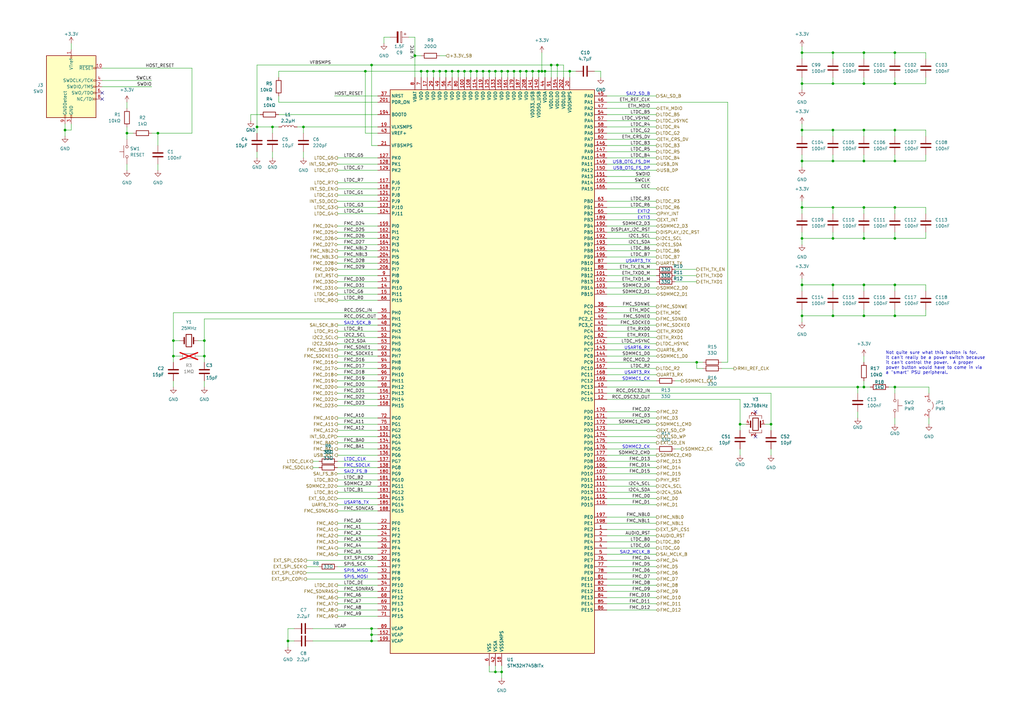
<source format=kicad_sch>
(kicad_sch (version 20230121) (generator eeschema)
  (paper "A3")
  (junction (at 213.36 29.21))
  (junction (at 187.96 29.21))
  (junction (at 175.26 29.21))
  (junction (at 118.11 262.89))
  (junction (at 223.52 29.21))
  (junction (at 328.93 34.29))
  (junction (at 341.63 66.04))
  (junction (at 152.4 260.35))
  (junction (at 367.03 21.59))
  (junction (at 351.79 158.75))
  (junction (at 367.03 97.79))
  (junction (at 354.33 34.29))
  (junction (at 354.33 129.54))
  (junction (at 328.93 66.04))
  (junction (at 341.63 97.79))
  (junction (at 200.66 29.21))
  (junction (at 367.03 129.54))
  (junction (at 218.44 29.21))
  (junction (at 367.03 53.34))
  (junction (at 341.63 85.09))
  (junction (at 354.33 53.34))
  (junction (at 83.82 146.05))
  (junction (at 205.74 29.21))
  (junction (at 198.12 29.21))
  (junction (at 354.33 66.04))
  (junction (at 71.12 139.7))
  (junction (at 152.4 262.89))
  (junction (at 111.76 52.07))
  (junction (at 341.63 53.34))
  (junction (at 180.34 29.21))
  (junction (at 177.8 29.21))
  (junction (at 328.93 116.84))
  (junction (at 152.4 257.81))
  (junction (at 341.63 116.84))
  (junction (at 190.5 29.21))
  (junction (at 316.23 173.99))
  (junction (at 233.68 29.21))
  (junction (at 203.2 275.59))
  (junction (at 328.93 53.34))
  (junction (at 285.75 148.59))
  (junction (at 193.04 29.21))
  (junction (at 64.77 54.61))
  (junction (at 203.2 29.21))
  (junction (at 226.06 26.67))
  (junction (at 105.41 52.07))
  (junction (at 328.93 85.09))
  (junction (at 367.03 66.04))
  (junction (at 341.63 21.59))
  (junction (at 354.33 85.09))
  (junction (at 367.03 158.75))
  (junction (at 367.03 116.84))
  (junction (at 124.46 52.07))
  (junction (at 71.12 146.05))
  (junction (at 222.25 29.21))
  (junction (at 354.33 158.75))
  (junction (at 83.82 139.7))
  (junction (at 52.07 54.61))
  (junction (at 205.74 275.59))
  (junction (at 328.93 129.54))
  (junction (at 303.53 173.99))
  (junction (at 208.28 29.21))
  (junction (at 354.33 116.84))
  (junction (at 341.63 129.54))
  (junction (at 195.58 29.21))
  (junction (at 367.03 34.29))
  (junction (at 185.42 29.21))
  (junction (at 328.93 21.59))
  (junction (at 354.33 97.79))
  (junction (at 152.4 26.67))
  (junction (at 341.63 34.29))
  (junction (at 149.86 29.21))
  (junction (at 172.72 29.21))
  (junction (at 220.98 29.21))
  (junction (at 228.6 26.67))
  (junction (at 328.93 97.79))
  (junction (at 182.88 29.21))
  (junction (at 26.67 53.34))
  (junction (at 210.82 29.21))
  (junction (at 354.33 21.59))
  (junction (at 215.9 29.21))
  (junction (at 367.03 85.09))
  (junction (at 170.18 22.86))
  (no_connect (at 41.91 38.1))
  (no_connect (at 309.88 179.07))
  (no_connect (at 41.91 40.64))
  (no_connect (at 309.88 168.91))
  (wire (pts (xy 138.43 158.75) (xy 154.94 158.75)))
  (wire (pts (xy 120.65 257.81) (xy 118.11 257.81)))
  (wire (pts (xy 379.73 116.84) (xy 379.73 119.38)))
  (wire (pts (xy 52.07 67.31) (xy 52.07 69.85)))
  (wire (pts (xy 354.33 53.34) (xy 354.33 55.88)))
  (wire (pts (xy 354.33 21.59) (xy 354.33 24.13)))
  (wire (pts (xy 128.27 189.23) (xy 130.81 189.23)))
  (wire (pts (xy 248.92 186.69) (xy 269.24 186.69)))
  (wire (pts (xy 205.74 29.21) (xy 205.74 31.75)))
  (wire (pts (xy 248.92 189.23) (xy 269.24 189.23)))
  (wire (pts (xy 248.92 125.73) (xy 269.24 125.73)))
  (wire (pts (xy 124.46 -17.78) (xy 135.89 -17.78)))
  (wire (pts (xy 226.06 26.67) (xy 226.06 31.75)))
  (wire (pts (xy 248.92 214.63) (xy 269.24 214.63)))
  (wire (pts (xy 138.43 133.35) (xy 154.94 133.35)))
  (wire (pts (xy 138.43 148.59) (xy 154.94 148.59)))
  (wire (pts (xy 328.93 66.04) (xy 328.93 68.58)))
  (wire (pts (xy 106.68 46.99) (xy 102.87 46.99)))
  (wire (pts (xy 328.93 19.05) (xy 328.93 21.59)))
  (wire (pts (xy 138.43 64.77) (xy 154.94 64.77)))
  (wire (pts (xy 128.27 262.89) (xy 152.4 262.89)))
  (wire (pts (xy 303.53 163.83) (xy 303.53 173.99)))
  (wire (pts (xy 154.94 41.91) (xy 114.3 41.91)))
  (wire (pts (xy 248.92 212.09) (xy 269.24 212.09)))
  (wire (pts (xy 341.63 85.09) (xy 354.33 85.09)))
  (wire (pts (xy 172.72 29.21) (xy 175.26 29.21)))
  (wire (pts (xy 379.73 85.09) (xy 379.73 87.63)))
  (wire (pts (xy 354.33 95.25) (xy 354.33 97.79)))
  (wire (pts (xy 138.43 176.53) (xy 154.94 176.53)))
  (wire (pts (xy 328.93 129.54) (xy 328.93 132.08)))
  (wire (pts (xy 248.92 184.15) (xy 269.24 184.15)))
  (wire (pts (xy 303.53 163.83) (xy 248.92 163.83)))
  (wire (pts (xy 248.92 49.53) (xy 269.24 49.53)))
  (wire (pts (xy 341.63 31.75) (xy 341.63 34.29)))
  (wire (pts (xy 341.63 53.34) (xy 354.33 53.34)))
  (wire (pts (xy 248.92 59.69) (xy 269.24 59.69)))
  (wire (pts (xy 128.27 257.81) (xy 152.4 257.81)))
  (wire (pts (xy 248.92 171.45) (xy 269.24 171.45)))
  (wire (pts (xy 41.91 27.94) (xy 78.74 27.94)))
  (wire (pts (xy 367.03 95.25) (xy 367.03 97.79)))
  (wire (pts (xy 223.52 29.21) (xy 233.68 29.21)))
  (wire (pts (xy 248.92 201.93) (xy 269.24 201.93)))
  (wire (pts (xy 298.45 148.59) (xy 298.45 41.91)))
  (wire (pts (xy 316.23 161.29) (xy 316.23 173.99)))
  (wire (pts (xy 328.93 21.59) (xy 341.63 21.59)))
  (wire (pts (xy 138.43 171.45) (xy 154.94 171.45)))
  (wire (pts (xy 182.88 29.21) (xy 182.88 31.75)))
  (wire (pts (xy 138.43 140.97) (xy 154.94 140.97)))
  (wire (pts (xy 379.73 129.54) (xy 379.73 127)))
  (wire (pts (xy 200.66 275.59) (xy 203.2 275.59)))
  (wire (pts (xy 213.36 29.21) (xy 213.36 31.75)))
  (wire (pts (xy 367.03 34.29) (xy 379.73 34.29)))
  (wire (pts (xy 328.93 63.5) (xy 328.93 66.04)))
  (wire (pts (xy 248.92 82.55) (xy 269.24 82.55)))
  (wire (pts (xy 73.66 146.05) (xy 71.12 146.05)))
  (wire (pts (xy 200.66 29.21) (xy 203.2 29.21)))
  (wire (pts (xy 154.94 257.81) (xy 152.4 257.81)))
  (wire (pts (xy 248.92 224.79) (xy 269.24 224.79)))
  (wire (pts (xy 220.98 29.21) (xy 220.98 31.75)))
  (wire (pts (xy 175.26 -24.13) (xy 167.64 -24.13)))
  (wire (pts (xy 328.93 82.55) (xy 328.93 85.09)))
  (wire (pts (xy 154.94 59.69) (xy 152.4 59.69)))
  (wire (pts (xy 367.03 116.84) (xy 379.73 116.84)))
  (wire (pts (xy 138.43 135.89) (xy 154.94 135.89)))
  (wire (pts (xy 248.92 67.31) (xy 269.24 67.31)))
  (wire (pts (xy 138.43 146.05) (xy 154.94 146.05)))
  (wire (pts (xy 367.03 85.09) (xy 367.03 87.63)))
  (wire (pts (xy 138.43 87.63) (xy 154.94 87.63)))
  (wire (pts (xy 64.77 54.61) (xy 64.77 59.69)))
  (wire (pts (xy 205.74 275.59) (xy 205.74 278.13)))
  (wire (pts (xy 354.33 158.75) (xy 356.87 158.75)))
  (wire (pts (xy 316.23 161.29) (xy 248.92 161.29)))
  (wire (pts (xy 138.43 113.03) (xy 154.94 113.03)))
  (wire (pts (xy 248.92 229.87) (xy 269.24 229.87)))
  (wire (pts (xy 138.43 123.19) (xy 154.94 123.19)))
  (wire (pts (xy 160.02 15.24) (xy 157.48 15.24)))
  (wire (pts (xy 248.92 173.99) (xy 269.24 173.99)))
  (wire (pts (xy 231.14 26.67) (xy 231.14 31.75)))
  (wire (pts (xy 220.98 29.21) (xy 222.25 29.21)))
  (wire (pts (xy 210.82 29.21) (xy 210.82 31.75)))
  (wire (pts (xy 367.03 97.79) (xy 379.73 97.79)))
  (wire (pts (xy 248.92 92.71) (xy 269.24 92.71)))
  (wire (pts (xy 248.92 102.87) (xy 269.24 102.87)))
  (wire (pts (xy 149.86 29.21) (xy 149.86 54.61)))
  (wire (pts (xy 248.92 222.25) (xy 269.24 222.25)))
  (wire (pts (xy 138.43 163.83) (xy 154.94 163.83)))
  (wire (pts (xy 354.33 31.75) (xy 354.33 34.29)))
  (wire (pts (xy 223.52 29.21) (xy 223.52 31.75)))
  (wire (pts (xy 341.63 97.79) (xy 354.33 97.79)))
  (wire (pts (xy 138.43 201.93) (xy 154.94 201.93)))
  (wire (pts (xy 29.21 53.34) (xy 29.21 50.8)))
  (wire (pts (xy 26.67 50.8) (xy 26.67 53.34)))
  (wire (pts (xy 248.92 44.45) (xy 269.24 44.45)))
  (wire (pts (xy 248.92 227.33) (xy 269.24 227.33)))
  (wire (pts (xy 328.93 127) (xy 328.93 129.54)))
  (wire (pts (xy 367.03 63.5) (xy 367.03 66.04)))
  (wire (pts (xy 341.63 53.34) (xy 341.63 55.88)))
  (wire (pts (xy 328.93 119.38) (xy 328.93 116.84)))
  (wire (pts (xy 190.5 29.21) (xy 190.5 31.75)))
  (wire (pts (xy 138.43 107.95) (xy 154.94 107.95)))
  (wire (pts (xy 248.92 72.39) (xy 266.7 72.39)))
  (wire (pts (xy 105.41 52.07) (xy 105.41 54.61)))
  (wire (pts (xy 248.92 105.41) (xy 269.24 105.41)))
  (wire (pts (xy 138.43 222.25) (xy 154.94 222.25)))
  (wire (pts (xy 295.91 148.59) (xy 298.45 148.59)))
  (wire (pts (xy 351.79 158.75) (xy 354.33 158.75)))
  (wire (pts (xy 83.82 146.05) (xy 83.82 148.59)))
  (wire (pts (xy 228.6 26.67) (xy 228.6 31.75)))
  (wire (pts (xy 81.28 139.7) (xy 83.82 139.7)))
  (wire (pts (xy 152.4 260.35) (xy 152.4 262.89)))
  (wire (pts (xy 71.12 146.05) (xy 71.12 148.59)))
  (wire (pts (xy 138.43 153.67) (xy 154.94 153.67)))
  (wire (pts (xy 195.58 29.21) (xy 198.12 29.21)))
  (wire (pts (xy 248.92 107.95) (xy 269.24 107.95)))
  (wire (pts (xy 248.92 87.63) (xy 269.24 87.63)))
  (wire (pts (xy 83.82 130.81) (xy 154.94 130.81)))
  (wire (pts (xy 121.92 52.07) (xy 124.46 52.07)))
  (wire (pts (xy 125.73 237.49) (xy 154.94 237.49)))
  (wire (pts (xy 124.46 52.07) (xy 154.94 52.07)))
  (wire (pts (xy 381 158.75) (xy 381 161.29)))
  (wire (pts (xy 187.96 29.21) (xy 190.5 29.21)))
  (wire (pts (xy 138.43 207.01) (xy 154.94 207.01)))
  (wire (pts (xy 138.43 191.77) (xy 154.94 191.77)))
  (wire (pts (xy 248.92 250.19) (xy 269.24 250.19)))
  (wire (pts (xy 105.41 52.07) (xy 105.41 26.67)))
  (wire (pts (xy 248.92 77.47) (xy 269.24 77.47)))
  (wire (pts (xy 367.03 21.59) (xy 367.03 24.13)))
  (wire (pts (xy 341.63 21.59) (xy 354.33 21.59)))
  (wire (pts (xy 180.34 29.21) (xy 180.34 31.75)))
  (wire (pts (xy 149.86 54.61) (xy 154.94 54.61)))
  (wire (pts (xy 71.12 146.05) (xy 71.12 139.7)))
  (wire (pts (xy 367.03 129.54) (xy 379.73 129.54)))
  (wire (pts (xy 203.2 275.59) (xy 205.74 275.59)))
  (wire (pts (xy 138.43 97.79) (xy 154.94 97.79)))
  (wire (pts (xy 276.86 115.57) (xy 285.75 115.57)))
  (wire (pts (xy 152.4 257.81) (xy 152.4 260.35)))
  (wire (pts (xy 138.43 245.11) (xy 154.94 245.11)))
  (wire (pts (xy 341.63 95.25) (xy 341.63 97.79)))
  (wire (pts (xy 243.84 29.21) (xy 246.38 29.21)))
  (wire (pts (xy 172.72 31.75) (xy 172.72 29.21)))
  (wire (pts (xy 213.36 29.21) (xy 215.9 29.21)))
  (wire (pts (xy 248.92 46.99) (xy 269.24 46.99)))
  (wire (pts (xy 177.8 29.21) (xy 180.34 29.21)))
  (wire (pts (xy 228.6 26.67) (xy 231.14 26.67)))
  (wire (pts (xy 248.92 64.77) (xy 269.24 64.77)))
  (wire (pts (xy 138.43 232.41) (xy 154.94 232.41)))
  (wire (pts (xy 328.93 85.09) (xy 341.63 85.09)))
  (wire (pts (xy 367.03 53.34) (xy 367.03 55.88)))
  (wire (pts (xy 248.92 245.11) (xy 269.24 245.11)))
  (wire (pts (xy 198.12 29.21) (xy 198.12 31.75)))
  (wire (pts (xy 193.04 29.21) (xy 193.04 31.75)))
  (wire (pts (xy 118.11 257.81) (xy 118.11 262.89)))
  (wire (pts (xy 41.91 33.02) (xy 62.23 33.02)))
  (wire (pts (xy 138.43 181.61) (xy 154.94 181.61)))
  (wire (pts (xy 138.43 247.65) (xy 154.94 247.65)))
  (wire (pts (xy 233.68 29.21) (xy 236.22 29.21)))
  (wire (pts (xy 354.33 66.04) (xy 367.03 66.04)))
  (wire (pts (xy 114.3 52.07) (xy 111.76 52.07)))
  (wire (pts (xy 170.18 22.86) (xy 172.72 22.86)))
  (wire (pts (xy 64.77 54.61) (xy 78.74 54.61)))
  (wire (pts (xy 248.92 232.41) (xy 269.24 232.41)))
  (wire (pts (xy 367.03 127) (xy 367.03 129.54)))
  (wire (pts (xy 175.26 29.21) (xy 175.26 31.75)))
  (wire (pts (xy 138.43 151.13) (xy 154.94 151.13)))
  (wire (pts (xy 248.92 118.11) (xy 269.24 118.11)))
  (wire (pts (xy 248.92 168.91) (xy 269.24 168.91)))
  (wire (pts (xy 62.23 54.61) (xy 64.77 54.61)))
  (wire (pts (xy 248.92 69.85) (xy 269.24 69.85)))
  (wire (pts (xy 138.43 209.55) (xy 154.94 209.55)))
  (wire (pts (xy 157.48 15.24) (xy 157.48 17.78)))
  (wire (pts (xy 215.9 29.21) (xy 215.9 31.75)))
  (wire (pts (xy 379.73 97.79) (xy 379.73 95.25)))
  (wire (pts (xy 328.93 24.13) (xy 328.93 21.59)))
  (wire (pts (xy 138.43 242.57) (xy 154.94 242.57)))
  (wire (pts (xy 138.43 156.21) (xy 154.94 156.21)))
  (wire (pts (xy 29.21 17.78) (xy 29.21 20.32)))
  (wire (pts (xy 180.34 29.21) (xy 182.88 29.21)))
  (wire (pts (xy 111.76 52.07) (xy 105.41 52.07)))
  (wire (pts (xy 316.23 173.99) (xy 316.23 176.53)))
  (wire (pts (xy 248.92 148.59) (xy 285.75 148.59)))
  (wire (pts (xy 124.46 62.23) (xy 124.46 64.77)))
  (wire (pts (xy 180.34 22.86) (xy 182.88 22.86)))
  (wire (pts (xy 138.43 194.31) (xy 154.94 194.31)))
  (wire (pts (xy 248.92 90.17) (xy 269.24 90.17)))
  (wire (pts (xy 138.43 143.51) (xy 154.94 143.51)))
  (wire (pts (xy 71.12 128.27) (xy 71.12 139.7)))
  (wire (pts (xy 248.92 110.49) (xy 269.24 110.49)))
  (wire (pts (xy 64.77 67.31) (xy 64.77 69.85)))
  (wire (pts (xy 364.49 158.75) (xy 367.03 158.75)))
  (wire (pts (xy 138.43 173.99) (xy 154.94 173.99)))
  (wire (pts (xy 328.93 53.34) (xy 341.63 53.34)))
  (wire (pts (xy 138.43 219.71) (xy 154.94 219.71)))
  (wire (pts (xy 285.75 151.13) (xy 288.29 151.13)))
  (wire (pts (xy 185.42 29.21) (xy 185.42 31.75)))
  (wire (pts (xy 138.43 138.43) (xy 154.94 138.43)))
  (wire (pts (xy 138.43 102.87) (xy 154.94 102.87)))
  (wire (pts (xy 328.93 97.79) (xy 328.93 100.33)))
  (wire (pts (xy 125.73 234.95) (xy 154.94 234.95)))
  (wire (pts (xy 152.4 260.35) (xy 154.94 260.35)))
  (wire (pts (xy 354.33 116.84) (xy 354.33 119.38)))
  (wire (pts (xy 118.11 262.89) (xy 118.11 265.43)))
  (wire (pts (xy 138.43 196.85) (xy 154.94 196.85)))
  (wire (pts (xy 138.43 227.33) (xy 154.94 227.33)))
  (wire (pts (xy 248.92 194.31) (xy 269.24 194.31)))
  (wire (pts (xy 248.92 130.81) (xy 269.24 130.81)))
  (wire (pts (xy 124.46 52.07) (xy 124.46 54.61)))
  (wire (pts (xy 26.67 53.34) (xy 29.21 53.34)))
  (wire (pts (xy 105.41 26.67) (xy 152.4 26.67)))
  (wire (pts (xy 138.43 166.37) (xy 154.94 166.37)))
  (wire (pts (xy 248.92 41.91) (xy 298.45 41.91)))
  (wire (pts (xy 138.43 224.79) (xy 154.94 224.79)))
  (wire (pts (xy 276.86 184.15) (xy 279.4 184.15)))
  (wire (pts (xy 138.43 115.57) (xy 154.94 115.57)))
  (wire (pts (xy 200.66 273.05) (xy 200.66 275.59)))
  (wire (pts (xy 313.69 173.99) (xy 316.23 173.99)))
  (wire (pts (xy 248.92 199.39) (xy 269.24 199.39)))
  (wire (pts (xy 102.87 46.99) (xy 102.87 49.53)))
  (wire (pts (xy 354.33 85.09) (xy 367.03 85.09)))
  (wire (pts (xy 138.43 204.47) (xy 154.94 204.47)))
  (wire (pts (xy 203.2 273.05) (xy 203.2 275.59)))
  (wire (pts (xy 138.43 100.33) (xy 154.94 100.33)))
  (wire (pts (xy 328.93 116.84) (xy 341.63 116.84)))
  (wire (pts (xy 233.68 29.21) (xy 233.68 31.75)))
  (wire (pts (xy 248.92 97.79) (xy 269.24 97.79)))
  (wire (pts (xy 367.03 21.59) (xy 379.73 21.59)))
  (wire (pts (xy 367.03 171.45) (xy 367.03 173.99)))
  (wire (pts (xy 248.92 85.09) (xy 269.24 85.09)))
  (wire (pts (xy 354.33 53.34) (xy 367.03 53.34)))
  (wire (pts (xy 248.92 54.61) (xy 269.24 54.61)))
  (wire (pts (xy 248.92 219.71) (xy 269.24 219.71)))
  (wire (pts (xy 205.74 275.59) (xy 205.74 273.05)))
  (wire (pts (xy 248.92 133.35) (xy 269.24 133.35)))
  (wire (pts (xy 52.07 54.61) (xy 52.07 57.15)))
  (wire (pts (xy 276.86 110.49) (xy 285.75 110.49)))
  (wire (pts (xy 354.33 146.05) (xy 354.33 148.59)))
  (wire (pts (xy 248.92 204.47) (xy 269.24 204.47)))
  (wire (pts (xy 226.06 26.67) (xy 228.6 26.67)))
  (wire (pts (xy 295.91 151.13) (xy 300.99 151.13)))
  (wire (pts (xy 205.74 29.21) (xy 208.28 29.21)))
  (wire (pts (xy 328.93 66.04) (xy 341.63 66.04)))
  (wire (pts (xy 71.12 139.7) (xy 73.66 139.7)))
  (wire (pts (xy 328.93 129.54) (xy 341.63 129.54)))
  (wire (pts (xy 222.25 21.59) (xy 222.25 29.21)))
  (wire (pts (xy 248.92 146.05) (xy 269.24 146.05)))
  (wire (pts (xy 367.03 116.84) (xy 367.03 119.38)))
  (wire (pts (xy 248.92 237.49) (xy 269.24 237.49)))
  (wire (pts (xy 367.03 66.04) (xy 379.73 66.04)))
  (wire (pts (xy 52.07 52.07) (xy 52.07 54.61)))
  (wire (pts (xy 341.63 116.84) (xy 354.33 116.84)))
  (wire (pts (xy 138.43 82.55) (xy 154.94 82.55)))
  (wire (pts (xy 138.43 214.63) (xy 154.94 214.63)))
  (wire (pts (xy 276.86 156.21) (xy 279.4 156.21)))
  (wire (pts (xy 248.92 207.01) (xy 269.24 207.01)))
  (wire (pts (xy 114.3 46.99) (xy 154.94 46.99)))
  (wire (pts (xy 341.63 66.04) (xy 354.33 66.04)))
  (wire (pts (xy 114.3 29.21) (xy 114.3 31.75)))
  (wire (pts (xy 367.03 158.75) (xy 381 158.75)))
  (wire (pts (xy 138.43 240.03) (xy 154.94 240.03)))
  (wire (pts (xy 71.12 128.27) (xy 154.94 128.27)))
  (wire (pts (xy 187.96 29.21) (xy 187.96 31.75)))
  (wire (pts (xy 354.33 116.84) (xy 367.03 116.84)))
  (wire (pts (xy 328.93 114.3) (xy 328.93 116.84)))
  (wire (pts (xy 175.26 29.21) (xy 177.8 29.21)))
  (wire (pts (xy 248.92 39.37) (xy 269.24 39.37)))
  (wire (pts (xy 182.88 29.21) (xy 185.42 29.21)))
  (wire (pts (xy 138.43 77.47) (xy 154.94 77.47)))
  (wire (pts (xy 128.27 191.77) (xy 130.81 191.77)))
  (wire (pts (xy 154.94 309.88) (xy 154.94 312.42)))
  (wire (pts (xy 138.43 252.73) (xy 154.94 252.73)))
  (wire (pts (xy 172.72 29.21) (xy 149.86 29.21)))
  (wire (pts (xy 248.92 100.33) (xy 269.24 100.33)))
  (wire (pts (xy 341.63 129.54) (xy 354.33 129.54)))
  (wire (pts (xy 248.92 115.57) (xy 269.24 115.57)))
  (wire (pts (xy 248.92 140.97) (xy 269.24 140.97)))
  (wire (pts (xy 246.38 29.21) (xy 246.38 31.75)))
  (wire (pts (xy 248.92 74.93) (xy 266.7 74.93)))
  (wire (pts (xy 248.92 156.21) (xy 269.24 156.21)))
  (wire (pts (xy 248.92 113.03) (xy 269.24 113.03)))
  (wire (pts (xy 354.33 63.5) (xy 354.33 66.04)))
  (wire (pts (xy 114.3 29.21) (xy 149.86 29.21)))
  (wire (pts (xy 125.73 229.87) (xy 154.94 229.87)))
  (wire (pts (xy 138.43 199.39) (xy 154.94 199.39)))
  (wire (pts (xy 248.92 158.75) (xy 351.79 158.75)))
  (wire (pts (xy 138.43 110.49) (xy 154.94 110.49)))
  (wire (pts (xy 177.8 29.21) (xy 177.8 31.75)))
  (wire (pts (xy 248.92 120.65) (xy 269.24 120.65)))
  (wire (pts (xy 137.16 39.37) (xy 154.94 39.37)))
  (wire (pts (xy 200.66 29.21) (xy 200.66 31.75)))
  (wire (pts (xy 328.93 34.29) (xy 341.63 34.29)))
  (wire (pts (xy 367.03 31.75) (xy 367.03 34.29)))
  (wire (pts (xy 341.63 85.09) (xy 341.63 87.63)))
  (wire (pts (xy 354.33 97.79) (xy 367.03 97.79)))
  (wire (pts (xy 138.43 120.65) (xy 154.94 120.65)))
  (wire (pts (xy 54.61 54.61) (xy 52.07 54.61)))
  (wire (pts (xy 379.73 66.04) (xy 379.73 63.5)))
  (wire (pts (xy 248.92 247.65) (xy 269.24 247.65)))
  (wire (pts (xy 83.82 130.81) (xy 83.82 139.7)))
  (wire (pts (xy 351.79 158.75) (xy 351.79 161.29)))
  (wire (pts (xy 52.07 41.91) (xy 52.07 44.45)))
  (wire (pts (xy 316.23 184.15) (xy 316.23 186.69)))
  (wire (pts (xy 354.33 127) (xy 354.33 129.54)))
  (wire (pts (xy 218.44 29.21) (xy 220.98 29.21)))
  (wire (pts (xy 152.4 26.67) (xy 226.06 26.67)))
  (wire (pts (xy 193.04 29.21) (xy 195.58 29.21)))
  (wire (pts (xy 170.18 31.75) (xy 170.18 22.86)))
  (wire (pts (xy 354.33 85.09) (xy 354.33 87.63)))
  (wire (pts (xy 248.92 138.43) (xy 269.24 138.43)))
  (wire (pts (xy 248.92 143.51) (xy 269.24 143.51)))
  (wire (pts (xy 379.73 34.29) (xy 379.73 31.75)))
  (wire (pts (xy 328.93 97.79) (xy 341.63 97.79)))
  (wire (pts (xy 26.67 53.34) (xy 26.67 55.88)))
  (wire (pts (xy 248.92 196.85) (xy 269.24 196.85)))
  (wire (pts (xy 328.93 87.63) (xy 328.93 85.09)))
  (wire (pts (xy 354.33 34.29) (xy 367.03 34.29)))
  (wire (pts (xy 138.43 105.41) (xy 154.94 105.41)))
  (wire (pts (xy 328.93 55.88) (xy 328.93 53.34)))
  (wire (pts (xy 167.64 -26.67) (xy 167.64 -24.13)))
  (wire (pts (xy 83.82 156.21) (xy 83.82 158.75)))
  (wire (pts (xy 248.92 176.53) (xy 269.24 176.53)))
  (wire (pts (xy 138.43 186.69) (xy 154.94 186.69)))
  (wire (pts (xy 248.92 217.17) (xy 269.24 217.17)))
  (wire (pts (xy 203.2 29.21) (xy 203.2 31.75)))
  (wire (pts (xy 222.25 29.21) (xy 223.52 29.21)))
  (wire (pts (xy 328.93 31.75) (xy 328.93 34.29)))
  (wire (pts (xy 208.28 29.21) (xy 208.28 31.75)))
  (wire (pts (xy 341.63 21.59) (xy 341.63 24.13)))
  (wire (pts (xy 105.41 62.23) (xy 105.41 64.77)))
  (wire (pts (xy 248.92 52.07) (xy 269.24 52.07)))
  (wire (pts (xy 248.92 151.13) (xy 269.24 151.13)))
  (wire (pts (xy 381 171.45) (xy 381 173.99)))
  (wire (pts (xy 152.4 262.89) (xy 154.94 262.89)))
  (wire (pts (xy 190.5 29.21) (xy 193.04 29.21)))
  (wire (pts (xy 138.43 67.31) (xy 154.94 67.31)))
  (wire (pts (xy 111.76 52.07) (xy 111.76 54.61)))
  (wire (pts (xy 135.89 -20.32) (xy 135.89 -17.78)))
  (wire (pts (xy 341.63 63.5) (xy 341.63 66.04)))
  (wire (pts (xy 138.43 179.07) (xy 154.94 179.07)))
  (wire (pts (xy 138.43 184.15) (xy 154.94 184.15)))
  (wire (pts (xy 367.03 85.09) (xy 379.73 85.09)))
  (wire (pts (xy 203.2 29.21) (xy 205.74 29.21)))
  (wire (pts (xy 367.03 158.75) (xy 367.03 161.29)))
  (wire (pts (xy 248.92 128.27) (xy 269.24 128.27)))
  (wire (pts (xy 83.82 139.7) (xy 83.82 146.05)))
  (wire (pts (xy 185.42 29.21) (xy 187.96 29.21)))
  (wire (pts (xy 354.33 158.75) (xy 354.33 156.21)))
  (wire (pts (xy 208.28 29.21) (xy 210.82 29.21)))
  (wire (pts (xy 78.74 27.94) (xy 78.74 54.61)))
  (wire (pts (xy 218.44 29.21) (xy 218.44 31.75)))
  (wire (pts (xy 41.91 35.56) (xy 62.23 35.56)))
  (wire (pts (xy 367.03 53.34) (xy 379.73 53.34)))
  (wire (pts (xy 328.93 50.8) (xy 328.93 53.34)))
  (wire (pts (xy 167.64 15.24) (xy 170.18 15.24)))
  (wire (pts (xy 303.53 184.15) (xy 303.53 186.69)))
  (wire (pts (xy 248.92 179.07) (xy 269.24 179.07)))
  (wire (pts (xy 248.92 234.95) (xy 269.24 234.95)))
  (wire (pts (xy 138.43 250.19) (xy 154.94 250.19)))
  (wire (pts (xy 341.63 127) (xy 341.63 129.54)))
  (wire (pts (xy 138.43 118.11) (xy 154.94 118.11)))
  (wire (pts (xy 248.92 191.77) (xy 269.24 191.77)))
  (wire (pts (xy 152.4 59.69) (xy 152.4 26.67)))
  (wire (pts (xy 276.86 113.03) (xy 285.75 113.03)))
  (wire (pts (xy 210.82 29.21) (xy 213.36 29.21)))
  (wire (pts (xy 114.3 41.91) (xy 114.3 39.37)))
  (wire (pts (xy 328.93 34.29) (xy 328.93 36.83)))
  (wire (pts (xy 138.43 92.71) (xy 154.94 92.71)))
  (wire (pts (xy 215.9 29.21) (xy 218.44 29.21)))
  (wire (pts (xy 83.82 146.05) (xy 81.28 146.05)))
  (wire (pts (xy 351.79 168.91) (xy 351.79 171.45)))
  (wire (pts (xy 341.63 34.29) (xy 354.33 34.29)))
  (wire (pts (xy 354.33 21.59) (xy 367.03 21.59)))
  (wire (pts (xy 306.07 173.99) (xy 303.53 173.99)))
  (wire (pts (xy 138.43 95.25) (xy 154.94 95.25)))
  (wire (pts (xy 303.53 173.99) (xy 303.53 176.53)))
  (wire (pts (xy 125.73 232.41) (xy 130.81 232.41)))
  (wire (pts (xy 248.92 181.61) (xy 269.24 181.61)))
  (wire (pts (xy 138.43 85.09) (xy 154.94 85.09)))
  (wire (pts (xy 198.12 29.21) (xy 200.66 29.21)))
  (wire (pts (xy 170.18 15.24) (xy 170.18 22.86)))
  (wire (pts (xy 379.73 53.34) (xy 379.73 55.88)))
  (wire (pts (xy 71.12 156.21) (xy 71.12 158.75)))
  (wire (pts (xy 354.33 129.54) (xy 367.03 129.54)))
  (wire (pts (xy 248.92 153.67) (xy 269.24 153.67)))
  (wire (pts (xy 248.92 95.25) (xy 269.24 95.25)))
  (wire (pts (xy 328.93 95.25) (xy 328.93 97.79)))
  (wire (pts (xy 379.73 21.59) (xy 379.73 24.13)))
  (wire (pts (xy 118.11 262.89) (xy 120.65 262.89)))
  (wire (pts (xy 248.92 242.57) (xy 269.24 242.57)))
  (wire (pts (xy 248.92 135.89) (xy 269.24 135.89)))
  (wire (pts (xy 138.43 74.93) (xy 154.94 74.93)))
  (wire (pts (xy 285.75 148.59) (xy 285.75 151.13)))
  (wire (pts (xy 138.43 217.17) (xy 154.94 217.17)))
  (wire (pts (xy 285.75 148.59) (xy 288.29 148.59)))
  (wire (pts (xy 138.43 80.01) (xy 154.94 80.01)))
  (wire (pts (xy 111.76 62.23) (xy 111.76 64.77)))
  (wire (pts (xy 135.89 312.42) (xy 154.94 312.42)))
  (wire (pts (xy 195.58 29.21) (xy 195.58 31.75)))
  (wire (pts (xy 341.63 116.84) (xy 341.63 119.38)))
  (wire (pts (xy 248.92 240.03) (xy 269.24 240.03)))
  (wire (pts (xy 138.43 69.85) (xy 154.94 69.85)))
  (wire (pts (xy 248.92 62.23) (xy 269.24 62.23)))
  (wire (pts (xy 138.43 189.23) (xy 154.94 189.23)))
  (wire (pts (xy 248.92 57.15) (xy 269.24 57.15)))
  (wire (pts (xy 138.43 161.29) (xy 154.94 161.29)))
  (text "USART3_RX" (at 266.7 153.67 0) (effects (font (size 1.27 1.27)) (justify right bottom)))
  (text "SPI5_MOSI" (at 140.97 237.49 0) (effects (font (size 1.27 1.27)) (justify left bottom)))
  (text "SAI2_SD_B" (at 266.7 39.37 0) (effects (font (size 1.27 1.27)) (justify right bottom)))
  (text "LTDC_CLK" (at 140.97 189.23 0) (effects (font (size 1.27 1.27)) (justify left bottom)))
  (text "SPI5_MISO" (at 140.97 234.95 0) (effects (font (size 1.27 1.27)) (justify left bottom)))
  (text "SAI2_FS_B" (at 140.97 194.31 0) (effects (font (size 1.27 1.27)) (justify left bottom)))
  (text "EXTI2" (at 266.7 87.63 0) (effects (font (size 1.27 1.27)) (justify right bottom)))
  (text "FMC_SDCLK" (at 140.97 191.77 0) (effects (font (size 1.27 1.27)) (justify left bottom)))
  (text "USART6_TX" (at 140.97 207.01 0) (effects (font (size 1.27 1.27)) (justify left bottom)))
  (text "EXTI3" (at 266.7 90.17 0) (effects (font (size 1.27 1.27)) (justify right bottom)))
  (text "SAI2_SCK_B" (at 140.97 133.35 0) (effects (font (size 1.27 1.27)) (justify left bottom)))
  (text "USB_OTG_FS_DP" (at 266.7 69.85 0) (effects (font (size 1.27 1.27)) (justify right bottom)))
  (text "SDMMC2_CK" (at 266.7 184.15 0) (effects (font (size 1.27 1.27)) (justify right bottom)))
  (text "USART6_RX" (at 266.7 143.51 0) (effects (font (size 1.27 1.27)) (justify right bottom)))
  (text "SAI2_MCLK_B" (at 266.7 227.33 0) (effects (font (size 1.27 1.27)) (justify right bottom)))
  (text "SDMMC1_CK" (at 266.7 156.21 0) (effects (font (size 1.27 1.27)) (justify right bottom)))
  (text "Not quite sure what this button is for.\nIt can't really be a power switch because\nit can't control the power.  A proper\npower button would have to come in via\na \"smart\" PSU peripheral." (at 363.22 153.67 0) (effects (font (size 1.27 1.27)) (justify left bottom)))
  (text "USB_OTG_FS_DM" (at 266.7 67.31 0) (effects (font (size 1.27 1.27)) (justify right bottom)))
  (text "USART3_TX" (at 256.54 107.95 0) (effects (font (size 1.27 1.27)) (justify left bottom)))
  (label "LTDC_R2" (at 266.7 151.13 180))
  (label "LTDC_R5" (at 266.7 62.23 180))
  (label "FMC_BA0" (at 140.97 181.61 0))
  (label "FMC_D12" (at 266.7 250.19 180))
  (label "FMC_A6" (at 140.97 245.11 0))
  (label "FMC_D7" (at 266.7 237.49 180))
  (label "RCC_OSC_OUT" (at 140.97 130.81 0))
  (label "FMC_D1" (at 266.7 207.01 180))
  (label "SDMMC1_D0" (at 266.7 146.05 180))
  (label "FMC_D15" (at 266.7 194.31 180))
  (label "SDMMC2_CMD" (at 266.7 186.69 180))
  (label "I2C4_SDA" (at 266.7 201.93 180))
  (label "LTDC_R6" (at 266.7 85.09 180))
  (label "FMC_A0" (at 140.97 214.63 0))
  (label "FMC_D11" (at 266.7 247.65 180))
  (label "LTDC_B2" (at 140.97 196.85 0))
  (label "FMC_SDCKE0" (at 266.7 133.35 180))
  (label "FMC_A12" (at 140.97 176.53 0))
  (label "I2C2_SDA" (at 140.97 140.97 0))
  (label "SDMMC2_D0" (at 266.7 118.11 180))
  (label "FMC_SDNE0" (at 266.7 130.81 180))
  (label "FMC_D20" (at 140.97 158.75 0))
  (label "RCC_OSC32_OUT" (at 266.7 163.83 180))
  (label "FMC_A8" (at 140.97 250.19 0))
  (label "FMC_D17" (at 140.97 151.13 0))
  (label "I2C1_SCL" (at 266.7 97.79 180))
  (label "FMC_NBL0" (at 266.7 212.09 180))
  (label "LTDC_G0" (at 266.7 224.79 180))
  (label "LTDC_B7" (at 266.7 105.41 180))
  (label "V_RTC" (at 170.18 24.13 90))
  (label "HOST_RESET" (at 59.69 27.94 0))
  (label "ETH_MDIO" (at 266.7 44.45 180))
  (label "ETH_CRS_DV" (at 266.7 57.15 180))
  (label "LTDC_B3" (at 266.7 59.69 180))
  (label "FMC_A9" (at 140.97 252.73 0))
  (label "ETH_REF_CLK" (at 266.7 41.91 180))
  (label "VFBSMPS" (at 124.46 -17.78 0))
  (label "LTDC_R3" (at 266.7 82.55 180))
  (label "FMC_D6" (at 266.7 234.95 180))
  (label "FMC_D26" (at 140.97 97.79 0))
  (label "I2C1_SDA" (at 266.7 100.33 180))
  (label "FMC_SDCKE1" (at 140.97 146.05 0))
  (label "LTDC_VSYNC" (at 266.7 49.53 180))
  (label "LTDC_DE" (at 140.97 240.03 0))
  (label "FMC_D31" (at 140.97 118.11 0))
  (label "LTDC_R1" (at 140.97 135.89 0))
  (label "RCC_MCO_2" (at 266.7 148.59 180))
  (label "AUDIO_RST" (at 266.7 219.71 180))
  (label "FMC_D24" (at 140.97 92.71 0))
  (label "LTDC_B1" (at 140.97 201.93 0))
  (label "FMC_NBL2" (at 140.97 102.87 0))
  (label "LTDC_B5" (at 266.7 46.99 180))
  (label "LTDC_R7" (at 140.97 74.93 0))
  (label "FMC_D5" (at 266.7 232.41 180))
  (label "FMC_D16" (at 140.97 148.59 0))
  (label "I2C4_SCL" (at 266.7 199.39 180))
  (label "RCC_OSC32_IN" (at 266.7 161.29 180))
  (label "FMC_D13" (at 266.7 189.23 180))
  (label "SDMMC2_D3" (at 266.7 92.71 180))
  (label "SWDIO" (at 266.7 72.39 180))
  (label "FMC_A2" (at 140.97 219.71 0))
  (label "FMC_D28" (at 140.97 107.95 0))
  (label "FMC_D21" (at 140.97 161.29 0))
  (label "FMC_D29" (at 140.97 110.49 0))
  (label "FMC_D4" (at 266.7 229.87 180))
  (label "HOST_RESET" (at 137.16 39.37 0))
  (label "SWCLK" (at 62.23 33.02 180))
  (label "LTDC_G4" (at 140.97 87.63 0))
  (label "FMC_D0" (at 266.7 204.47 180))
  (label "FMC_D27" (at 140.97 100.33 0))
  (label "V_RTC" (at 175.26 -24.13 180))
  (label "LTDC_B6" (at 266.7 102.87 180))
  (label "ETH_TXD0_M" (at 266.7 113.03 180))
  (label "LTDC_G3" (at 140.97 85.09 0))
  (label "FMC_A3" (at 140.97 222.25 0))
  (label "SWCLK" (at 266.7 74.93 180))
  (label "LTDC_G7" (at 140.97 69.85 0))
  (label "FMC_A11" (at 140.97 173.99 0))
  (label "FMC_SDNWE" (at 266.7 125.73 180))
  (label "DISPLAY_I2C_RST" (at 266.7 95.25 180))
  (label "FMC_D23" (at 140.97 166.37 0))
  (label "FMC_D19" (at 140.97 156.21 0))
  (label "FMC_SDNCAS" (at 140.97 209.55 0))
  (label "ETH_RXD0" (at 266.7 135.89 180))
  (label "LTDC_B4" (at 266.7 64.77 180))
  (label "FMC_NBL1" (at 266.7 214.63 180))
  (label "SPI5_SCK" (at 140.97 232.41 0))
  (label "EXT_SPI_CS0" (at 140.97 229.87 0))
  (label "I2C2_SCL" (at 140.97 138.43 0))
  (label "SWDIO" (at 62.23 35.56 180))
  (label "FMC_D2" (at 266.7 168.91 180))
  (label "FMC_D25" (at 140.97 95.25 0))
  (label "FMC_A10" (at 140.97 171.45 0))
  (label "VFBSMPS" (at 127 26.67 0))
  (label "ETH_TX_EN_M" (at 266.7 110.49 180))
  (label "LTDC_G1" (at 140.97 80.01 0))
  (label "FMC_SDNE1" (at 140.97 143.51 0))
  (label "ETH_MDC" (at 266.7 128.27 180))
  (label "FMC_D9" (at 266.7 242.57 180))
  (label "FMC_BA1" (at 140.97 184.15 0))
  (label "FMC_A7" (at 140.97 247.65 0))
  (label "FMC_A4" (at 140.97 224.79 0))
  (label "SDMMC2_D1" (at 266.7 120.65 180))
  (label "LTDC_G5" (at 140.97 64.77 0))
  (label "SDMMC2_D2" (at 140.97 199.39 0))
  (label "VCAP" (at 137.16 257.81 0))
  (label "FMC_D8" (at 266.7 240.03 180))
  (label "LTDC_R0" (at 140.97 123.19 0))
  (label "FMC_A5" (at 140.97 227.33 0))
  (label "CEC" (at 266.7 77.47 180))
  (label "ETH_RXD1" (at 266.7 138.43 180))
  (label "FMC_D14" (at 266.7 191.77 180))
  (label "FMC_A1" (at 140.97 217.17 0))
  (label "FMC_D18" (at 140.97 153.67 0))
  (label "ETH_TXD1_M" (at 266.7 115.57 180))
  (label "FMC_D3" (at 266.7 171.45 180))
  (label "VCAP" (at 135.89 312.42 0))
  (label "FMC_D22" (at 140.97 163.83 0))
  (label "LTDC_R4" (at 266.7 52.07 180))
  (label "FMC_SDNRAS" (at 140.97 242.57 0))
  (label "FMC_D30" (at 140.97 115.57 0))
  (label "SDMMC1_CMD" (at 266.7 173.99 180))
  (label "RCC_OSC_IN" (at 140.97 128.27 0))
  (label "LTDC_B0" (at 266.7 222.25 180))
  (label "LTDC_HSYNC" (at 266.7 140.97 180))
  (label "LTDC_G2" (at 266.7 54.61 180))
  (label "FMC_NBL3" (at 140.97 105.41 0))
  (label "FMC_D10" (at 266.7 245.11 180))
  (label "LTDC_G6" (at 140.97 120.65 0))
  (hierarchical_label "LTDC_R2" (shape output) (at 269.24 151.13 0))
  (hierarchical_label "FMC_A8" (shape output) (at 138.43 250.19 180))
  (hierarchical_label "FMC_BA0" (shape output) (at 138.43 181.61 180))
  (hierarchical_label "SAI_SCK_B" (shape output) (at 138.43 133.35 180))
  (hierarchical_label "I2C4_SDA" (shape bidirectional) (at 269.24 201.93 0))
  (hierarchical_label "FMC_D4" (shape tri_state) (at 269.24 229.87 0))
  (hierarchical_label "FMC_SDCLK" (shape output) (at 128.27 191.77 180))
  (hierarchical_label "FMC_D9" (shape tri_state) (at 269.24 242.57 0))
  (hierarchical_label "LTDC_R0" (shape output) (at 138.43 123.19 180))
  (hierarchical_label "LTDC_R4" (shape output) (at 269.24 52.07 0))
  (hierarchical_label "ETH_TX_EN" (shape output) (at 285.75 110.49 0))
  (hierarchical_label "SDMMC2_CMD" (shape output) (at 269.24 186.69 0))
  (hierarchical_label "FMC_A3" (shape output) (at 138.43 222.25 180))
  (hierarchical_label "FMC_D18" (shape tri_state) (at 138.43 153.67 180))
  (hierarchical_label "LTDC_R6" (shape output) (at 269.24 85.09 0))
  (hierarchical_label "ETH_TXD1" (shape output) (at 285.75 115.57 0))
  (hierarchical_label "LTDC_G7" (shape output) (at 138.43 69.85 180))
  (hierarchical_label "ETH_MDC" (shape output) (at 269.24 128.27 0))
  (hierarchical_label "SDMMC1_CK" (shape output) (at 279.4 156.21 0))
  (hierarchical_label "FMC_D3" (shape tri_state) (at 269.24 171.45 0))
  (hierarchical_label "EXT_SPI_CS0" (shape output) (at 125.73 229.87 180))
  (hierarchical_label "FMC_A7" (shape output) (at 138.43 247.65 180))
  (hierarchical_label "FMC_D19" (shape tri_state) (at 138.43 156.21 180))
  (hierarchical_label "LTDC_R3" (shape output) (at 269.24 82.55 0))
  (hierarchical_label "EXT_SPI_CIPO" (shape input) (at 125.73 234.95 180))
  (hierarchical_label "INT_SD_WP" (shape input) (at 138.43 67.31 180))
  (hierarchical_label "I2C4_SCL" (shape output) (at 269.24 199.39 0))
  (hierarchical_label "I2C2_SDA" (shape bidirectional) (at 138.43 140.97 180))
  (hierarchical_label "FMC_SDNRAS" (shape output) (at 138.43 242.57 180))
  (hierarchical_label "I2C2_SCL" (shape output) (at 138.43 138.43 180))
  (hierarchical_label "FMC_D0" (shape tri_state) (at 269.24 204.47 0))
  (hierarchical_label "LTDC_R7" (shape output) (at 138.43 74.93 180))
  (hierarchical_label "SDMMC2_D0" (shape bidirectional) (at 269.24 118.11 0))
  (hierarchical_label "LTDC_B1" (shape output) (at 138.43 201.93 180))
  (hierarchical_label "PHY_INT" (shape input) (at 269.24 87.63 0))
  (hierarchical_label "FMC_D22" (shape tri_state) (at 138.43 163.83 180))
  (hierarchical_label "LTDC_CLK" (shape output) (at 128.27 189.23 180))
  (hierarchical_label "FMC_D21" (shape tri_state) (at 138.43 161.29 180))
  (hierarchical_label "SAI_FS_B" (shape bidirectional) (at 138.43 194.31 180))
  (hierarchical_label "EXT_SD_OC" (shape input) (at 138.43 204.47 180))
  (hierarchical_label "ETH_TXD0" (shape output) (at 285.75 113.03 0))
  (hierarchical_label "SDMMC2_CK" (shape output) (at 279.4 184.15 0))
  (hierarchical_label "LTDC_B2" (shape output) (at 138.43 196.85 180))
  (hierarchical_label "ETH_RXD0" (shape input) (at 269.24 135.89 0))
  (hierarchical_label "EXT_SPI_COPI" (shape output) (at 125.73 237.49 180))
  (hierarchical_label "FMC_A6" (shape output) (at 138.43 245.11 180))
  (hierarchical_label "FMC_SDNCAS" (shape output) (at 138.43 209.55 180))
  (hierarchical_label "LTDC_B6" (shape output) (at 269.24 102.87 0))
  (hierarchical_label "SDMMC2_D3" (shape bidirectional) (at 269.24 92.71 0))
  (hierarchical_label "LTDC_G3" (shape output) (at 138.43 85.09 180))
  (hierarchical_label "FMC_D27" (shape tri_state) (at 138.43 100.33 180))
  (hierarchical_label "AUDIO_RST" (shape output) (at 269.24 219.71 0))
  (hierarchical_label "FMC_A4" (shape output) (at 138.43 224.79 180))
  (hierarchical_label "LTDC_G6" (shape output) (at 138.43 120.65 180))
  (hierarchical_label "LTDC_R5" (shape output) (at 269.24 62.23 0))
  (hierarchical_label "FMC_D24" (shape tri_state) (at 138.43 92.71 180))
  (hierarchical_label "FMC_NBL0" (shape output) (at 269.24 212.09 0))
  (hierarchical_label "UART3_RX" (shape input) (at 269.24 153.67 0))
  (hierarchical_label "FMC_A9" (shape output) (at 138.43 252.73 180))
  (hierarchical_label "FMC_SDNE0" (shape output) (at 269.24 130.81 0))
  (hierarchical_label "ETH_MDIO" (shape bidirectional) (at 269.24 44.45 0))
  (hierarchical_label "FMC_BA1" (shape output) (at 138.43 184.15 180))
  (hierarchical_label "LTDC_B0" (shape output) (at 269.24 222.25 0))
  (hierarchical_label "LTDC_G2" (shape output) (at 269.24 54.61 0))
  (hierarchical_label "FMC_D23" (shape tri_state) (at 138.43 166.37 180))
  (hierarchical_label "LTDC_HSYNC" (shape output) (at 269.24 140.97 0))
  (hierarchical_label "FMC_D15" (shape tri_state) (at 269.24 194.31 0))
  (hierarchical_label "FMC_A1" (shape output) (at 138.43 217.17 180))
  (hierarchical_label "FMC_D11" (shape tri_state) (at 269.24 247.65 0))
  (hierarchical_label "FMC_A5" (shape output) (at 138.43 227.33 180))
  (hierarchical_label "FMC_D6" (shape tri_state) (at 269.24 234.95 0))
  (hierarchical_label "USB_RST" (shape output) (at 138.43 186.69 180))
  (hierarchical_label "ETH_CRS_DV" (shape input) (at 269.24 57.15 0))
  (hierarchical_label "LTDC_G5" (shape output) (at 138.43 64.77 180))
  (hierarchical_label "FMC_A10" (shape output) (at 138.43 171.45 180))
  (hierarchical_label "SAI_SD_B" (shape output) (at 269.24 39.37 0))
  (hierarchical_label "FMC_NBL3" (shape output) (at 138.43 105.41 180))
  (hierarchical_label "FMC_D13" (shape tri_state) (at 269.24 189.23 0))
  (hierarchical_label "FMC_D7" (shape tri_state) (at 269.24 237.49 0))
  (hierarchical_label "LTDC_G0" (shape output) (at 269.24 224.79 0))
  (hierarchical_label "UART6_RX" (shape input) (at 269.24 143.51 0))
  (hierarchical_label "UART6_TX" (shape output) (at 138.43 207.01 180))
  (hierarchical_label "SDMMC1_CMD" (shape output) (at 269.24 173.99 0))
  (hierarchical_label "FMC_D17" (shape tri_state) (at 138.43 151.13 180))
  (hierarchical_label "FMC_D14" (shape tri_state) (at 269.24 191.77 0))
  (hierarchical_label "EXT_SPI_CS1" (shape output) (at 269.24 217.17 0))
  (hierarchical_label "FMC_A2" (shape output) (at 138.43 219.71 180))
  (hierarchical_label "FMC_NBL2" (shape output) (at 138.43 102.87 180))
  (hierarchical_label "FMC_D12" (shape tri_state) (at 269.24 250.19 0))
  (hierarchical_label "LTDC_B5" (shape output) (at 269.24 46.99 0))
  (hierarchical_label "USB_DN" (shape bidirectional) (at 269.24 67.31 0))
  (hierarchical_label "EXT_INT" (shape input) (at 269.24 90.17 0))
  (hierarchical_label "FMC_D5" (shape tri_state) (at 269.24 232.41 0))
  (hierarchical_label "ETH_RXD1" (shape input) (at 269.24 138.43 0))
  (hierarchical_label "LTDC_DE" (shape output) (at 138.43 240.03 180))
  (hierarchical_label "PHY_RST" (shape output) (at 269.24 196.85 0))
  (hierarchical_label "INT_SD_CP" (shape input) (at 138.43 179.07 180))
  (hierarchical_label "FMC_D31" (shape tri_state) (at 138.43 118.11 180))
  (hierarchical_label "LTDC_R1" (shape output) (at 138.43 135.89 180))
  (hierarchical_label "FMC_D2" (shape tri_state) (at 269.24 168.91 0))
  (hierarchical_label "EXT_SD_WP" (shape input) (at 269.24 179.07 0))
  (hierarchical_label "FMC_D29" (shape tri_state) (at 138.43 110.49 180))
  (hierarchical_label "I2C1_SDA" (shape bidirectional) (at 269.24 100.33 0))
  (hierarchical_label "LTDC_B4" (shape output) (at 269.24 64.77 0))
  (hierarchical_label "FMC_D30" (shape tri_state) (at 138.43 115.57 180))
  (hierarchical_label "FMC_A12" (shape output) (at 138.43 176.53 180))
  (hierarchical_label "FMC_SDCKE1" (shape output) (at 138.43 146.05 180))
  (hierarchical_label "EXT_SPI_SCK" (shape output) (at 125.73 232.41 180))
  (hierarchical_label "EXT_RST" (shape output) (at 138.43 113.03 180))
  (hierarchical_label "FMC_D8" (shape tri_state) (at 269.24 240.03 0))
  (hierarchical_label "EXT_SD_CP" (shape input) (at 269.24 176.53 0))
  (hierarchical_label "FMC_A0" (shape output) (at 138.43 214.63 180))
  (hierarchical_label "INT_SD_EN" (shape output) (at 138.43 77.47 180))
  (hierarchical_label "DISPLAY_I2C_RST" (shape output) (at 269.24 95.25 0))
  (hierarchical_label "FMC_SDNWE" (shape output) (at 269.24 125.73 0))
  (hierarchical_label "FMC_D16" (shape tri_state) (at 138.43 148.59 180))
  (hierarchical_label "USB_DP" (shape bidirectional) (at 269.24 69.85 0))
  (hierarchical_label "INT_SD_OC" (shape input) (at 138.43 82.55 180))
  (hierarchical_label "FMC_D20" (shape tri_state) (at 138.43 158.75 180))
  (hierarchical_label "FMC_D26" (shape tri_state) (at 138.43 97.79 180))
  (hierarchical_label "FMC_NBL1" (shape output) (at 269.24 214.63 0))
  (hierarchical_label "FMC_D28" (shape tri_state) (at 138.43 107.95 180))
  (hierarchical_label "FMC_SDNE1" (shape output) (at 138.43 143.51 180))
  (hierarchical_label "FMC_A11" (shape output) (at 138.43 173.99 180))
  (hierarchical_label "LTDC_G4" (shape output) (at 138.43 87.63 180))
  (hierarchical_label "SDMMC2_D1" (shape bidirectional) (at 269.24 120.65 0))
  (hierarchical_label "LTDC_B3" (shape output) (at 269.24 59.69 0))
  (hierarchical_label "I2C1_SCL" (shape output) (at 269.24 97.79 0))
  (hierarchical_label "FMC_D1" (shape tri_state) (at 269.24 207.01 0))
  (hierarchical_label "+3.3V_SB" (shape input) (at 182.88 22.86 0))
  (hierarchical_label "FMC_SDCKE0" (shape output) (at 269.24 133.35 0))
  (hierarchical_label "SAI_MCLK_B" (shape output) (at 269.24 227.33 0))
  (hierarchical_label "SDMMC1_D0" (shape bidirectional) (at 269.24 146.05 0))
  (hierarchical_label "EXT_SD_EN" (shape output) (at 269.24 181.61 0))
  (hierarchical_label "FMC_D10" (shape tri_state) (at 269.24 245.11 0))
  (hierarchical_label "RMII_REF_CLK" (shape output) (at 300.99 151.13 0))
  (hierarchical_label "UART3_TX" (shape output) (at 269.24 107.95 0))
  (hierarchical_label "CEC" (shape bidirectional) (at 269.24 77.47 0))
  (hierarchical_label "SDMMC2_D2" (shape bidirectional) (at 138.43 199.39 180))
  (hierarchical_label "LTDC_B7" (shape output) (at 269.24 105.41 0))
  (hierarchical_label "LTDC_G1" (shape output) (at 138.43 80.01 180))
  (hierarchical_label "LTDC_VSYNC" (shape output) (at 269.24 49.53 0))
  (hierarchical_label "FMC_D25" (shape tri_state) (at 138.43 95.25 180))
  (symbol (lib_id "power:GND") (at 83.82 158.75 0) (unit 1)
    (property "Reference" "#PWR012" (effects hide))
    (property "Value" "GND" (at 83.82 163.83 0))
    (instances (project "d1000" (path "" (reference "#PWR012") (unit 1))) (project "video_card" (path "" (reference "#PWR0112") (unit 1))))
  )
  (symbol (lib_id "Device:C") (at 71.12 152.4 0) (unit 1)
    (property "Reference" "C2" (at 67.31 151.1299 0) (effects (justify right)))
    (property "Value" "15pF" (at 67.31 153.6699 0) (effects (justify right)))
    (property "Footprint" "Capacitor_SMD:C_0603_1608Metric_Pad1.08x0.95mm_HandSolder" (effects hide))
    (instances (project "d1000" (path "" (reference "C2") (unit 1))) (project "video_card" (path "" (reference "C13") (unit 1))))
  )
  (symbol (lib_id "power:GND") (at 157.48 17.78 0) (unit 1)
    (property "Reference" "#PWR018" (effects hide))
    (property "Value" "GND" (at 157.48 22.86 0))
  )
  (symbol (lib_id "Device:L") (at 118.11 52.07 90) (unit 1)
    (property "Reference" "L1" (at 118.11 46.99 90))
    (property "Value" "2.2µH" (at 118.11 49.53 90))
    (property "Footprint" "Inductor_SMD:L_1008_2520Metric_Pad1.43x2.20mm_HandSolder" (effects hide))
  )
  (symbol (lib_id "power:+3.3V") (at 328.93 114.3 0) (unit 1)
    (property "Reference" "#PWR0221" (effects hide))
    (property "Value" "+3.3V" (at 328.93 109.22 0))
  )
  (symbol (lib_id "Device:C_Polarized") (at 163.83 15.24 270) (unit 1)
    (property "Reference" "C9" (at 163.83 21.59 90))
    (property "Value" "1.5F" (at 163.83 19.05 90))
    (property "Footprint" "extras:SUPERCAP_D20mm_H6mm" (effects hide))
  )
  (symbol (lib_id "power:GND") (at 328.93 36.83 0) (unit 1)
    (property "Reference" "#PWR0215" (effects hide))
    (property "Value" "GND" (at 328.93 41.91 0))
  )
  (symbol (lib_id "Device:R") (at 273.05 110.49 90) (unit 1)
    (property "Reference" "R10" (at 278.13 109.22 90))
    (property "Value" "33Ω" (at 273.05 110.49 90))
    (property "Footprint" "Resistor_SMD:R_0603_1608Metric_Pad0.98x0.95mm_HandSolder" (effects hide))
  )
  (symbol (lib_id "Device:C") (at 354.33 59.69 0) (unit 1)
    (property "Reference" "C106" (at 358.14 58.42 0) (effects (justify left)))
    (property "Value" "100nF" (at 358.14 60.96 0) (effects (justify left)))
    (property "Footprint" "Capacitor_SMD:C_0603_1608Metric_Pad1.08x0.95mm_HandSolder" (effects hide))
  )
  (symbol (lib_id "power:PWR_FLAG") (at 135.89 -20.32 0) (unit 1)
    (property "Reference" "#FLG01" (effects hide))
    (property "Value" "PWR_FLAG" (at 135.89 -24.13 0))
  )
  (symbol (lib_id "Device:C") (at 354.33 123.19 0) (unit 1)
    (property "Reference" "C116" (at 358.14 121.92 0) (effects (justify left)))
    (property "Value" "100nF" (at 358.14 124.46 0) (effects (justify left)))
    (property "Footprint" "Capacitor_SMD:C_0603_1608Metric_Pad1.08x0.95mm_HandSolder" (effects hide))
  )
  (symbol (lib_id "Device:R") (at 176.53 22.86 90) (unit 1)
    (property "Reference" "R9" (at 176.53 16.51 90))
    (property "Value" "200Ω" (at 176.53 19.05 90))
    (property "Footprint" "Resistor_SMD:R_0603_1608Metric_Pad0.98x0.95mm_HandSolder" (effects hide))
  )
  (symbol (lib_id "Device:C") (at 341.63 59.69 0) (unit 1)
    (property "Reference" "C105" (at 345.44 58.42 0) (effects (justify left)))
    (property "Value" "100nF" (at 345.44 60.96 0) (effects (justify left)))
    (property "Footprint" "Capacitor_SMD:C_0603_1608Metric_Pad1.08x0.95mm_HandSolder" (effects hide))
  )
  (symbol (lib_id "Device:C") (at 341.63 91.44 0) (unit 1)
    (property "Reference" "C110" (at 345.44 90.17 0) (effects (justify left)))
    (property "Value" "100nF" (at 345.44 92.71 0) (effects (justify left)))
    (property "Footprint" "Capacitor_SMD:C_0603_1608Metric_Pad1.08x0.95mm_HandSolder" (effects hide))
  )
  (symbol (lib_id "power:GND") (at 111.76 64.77 0) (unit 1)
    (property "Reference" "#PWR015" (effects hide))
    (property "Value" "GND" (at 111.76 68.58 0))
  )
  (symbol (lib_id "Device:C") (at 303.53 180.34 0) (mirror y) (unit 1)
    (property "Reference" "C51" (at 299.72 179.07 0) (effects (justify left)))
    (property "Value" "10pF" (at 299.72 181.61 0) (effects (justify left)))
    (property "Footprint" "Capacitor_SMD:C_0805_2012Metric" (effects hide))
    (instances (project "z80laptop" (path "" (reference "C51") (unit 1))) (project "d1000" (path "" (reference "C11") (unit 1))))
  )
  (symbol (lib_id "Device:R") (at 58.42 54.61 90) (unit 1)
    (property "Reference" "R2" (at 58.42 48.26 90))
    (property "Value" "1kΩ" (at 58.42 50.8 90))
    (property "Footprint" "Resistor_SMD:R_0603_1608Metric_Pad0.98x0.95mm_HandSolder" (effects hide))
    (instances (project "d1000" (path "" (reference "R2") (unit 1))) (project "video_card" (path "" (reference "R21") (unit 1))))
  )
  (symbol (lib_id "Connector:Conn_ARM_JTAG_SWD_10") (at 29.21 35.56 0) (unit 1)
    (property "Reference" "J3" (at 17.78 34.925 0) (effects (justify right)))
    (property "Value" "SWD" (at 17.78 37.465 0) (effects (justify right)))
    (property "Footprint" "extras:SAMTEC_SHF-SM_5x2" (effects hide))
    (property "Datasheet" "http://infocenter.arm.com/help/topic/com.arm.doc.ddi0314h/DDI0314H_coresight_components_trm.pdf" (effects hide))
    (instances (project "d1000" (path "" (reference "J3") (unit 1))) (project "video_card" (path "" (reference "J1") (unit 1))))
  )
  (symbol (lib_id "Device:C") (at 367.03 59.69 0) (unit 1)
    (property "Reference" "C107" (at 370.84 58.42 0) (effects (justify left)))
    (property "Value" "100nF" (at 370.84 60.96 0) (effects (justify left)))
    (property "Footprint" "Capacitor_SMD:C_0603_1608Metric_Pad1.08x0.95mm_HandSolder" (effects hide))
  )
  (symbol (lib_id "Device:R") (at 134.62 232.41 90) (unit 1)
    (property "Reference" "R8" (at 129.54 231.14 90))
    (property "Value" "33Ω" (at 134.62 232.41 90))
    (property "Footprint" "Resistor_SMD:R_0603_1608Metric_Pad0.98x0.95mm_HandSolder" (effects hide))
  )
  (symbol (lib_id "Device:C") (at 354.33 27.94 0) (unit 1)
    (property "Reference" "C101" (at 358.14 26.67 0) (effects (justify left)))
    (property "Value" "100nF" (at 358.14 29.21 0) (effects (justify left)))
    (property "Footprint" "Capacitor_SMD:C_0603_1608Metric_Pad1.08x0.95mm_HandSolder" (effects hide))
  )
  (symbol (lib_id "Device:C") (at 124.46 58.42 0) (unit 1)
    (property "Reference" "C6" (at 128.27 57.15 0) (effects (justify left)))
    (property "Value" "220pF" (at 128.27 59.69 0) (effects (justify left)))
    (property "Footprint" "Capacitor_SMD:C_0603_1608Metric_Pad1.08x0.95mm_HandSolder" (effects hide))
  )
  (symbol (lib_id "Device:R") (at 360.68 158.75 90) (unit 1)
    (property "Reference" "R18" (at 360.68 156.718 90))
    (property "Value" "1kΩ" (at 360.68 158.75 90))
    (property "Footprint" "Resistor_SMD:R_0603_1608Metric_Pad0.98x0.95mm_HandSolder" (effects hide))
  )
  (symbol (lib_id "Switch:SW_Push") (at 367.03 166.37 270) (unit 1)
    (property "Reference" "SW2" (at 370.84 165.1 90) (effects (justify left)))
    (property "Value" "PWR" (at 370.84 167.64 90) (effects (justify left)))
    (property "Footprint" "Button_Switch_THT:SW_Tactile_SPST_Angled_PTS645Vx58-2LFS" (effects hide))
  )
  (symbol (lib_id "power:+3.3V") (at 354.33 146.05 0) (unit 1)
    (property "Reference" "#PWR025" (effects hide))
    (property "Value" "+3.3V" (at 354.33 140.97 0))
  )
  (symbol (lib_id "Device:R") (at 354.33 152.4 0) (unit 1)
    (property "Reference" "R17" (at 356.87 151.13 0) (effects (justify left)))
    (property "Value" "10kΩ" (at 356.87 153.67 0) (effects (justify left)))
    (property "Footprint" "Resistor_SMD:R_0603_1608Metric_Pad0.98x0.95mm_HandSolder" (effects hide))
  )
  (symbol (lib_id "power:+3.3V") (at 328.93 19.05 0) (unit 1)
    (property "Reference" "#PWR0216" (effects hide))
    (property "Value" "+3.3V" (at 328.93 13.97 0))
  )
  (symbol (lib_id "Device:Crystal_GND23") (at 309.88 173.99 0) (mirror y) (unit 1)
    (property "Reference" "Y3" (at 309.88 163.83 0))
    (property "Value" "32.768kHz" (at 309.88 166.37 0))
    (property "Footprint" "Crystal:Crystal_SMD_SeikoEpson_MC306-4Pin_8.0x3.2mm" (effects hide))
    (instances (project "z80laptop" (path "" (reference "Y3") (unit 1))) (project "d1000" (path "" (reference "Y2") (unit 1))))
  )
  (symbol (lib_id "Device:C") (at 111.76 58.42 0) (unit 1)
    (property "Reference" "C5" (at 115.57 57.15 0) (effects (justify left)))
    (property "Value" "10µF" (at 115.57 59.69 0) (effects (justify left)))
    (property "Footprint" "Capacitor_SMD:C_0805_2012Metric_Pad1.18x1.45mm_HandSolder" (effects hide))
  )
  (symbol (lib_id "Device:C") (at 316.23 180.34 0) (unit 1)
    (property "Reference" "C52" (at 320.04 179.07 0) (effects (justify left)))
    (property "Value" "10pF" (at 320.04 181.61 0) (effects (justify left)))
    (property "Footprint" "Capacitor_SMD:C_0805_2012Metric" (effects hide))
    (instances (project "z80laptop" (path "" (reference "C52") (unit 1))) (project "d1000" (path "" (reference "C12") (unit 1))))
  )
  (symbol (lib_id "power:+3.3V") (at 328.93 82.55 0) (unit 1)
    (property "Reference" "#PWR0219" (effects hide))
    (property "Value" "+3.3V" (at 328.93 77.47 0))
  )
  (symbol (lib_id "power:GND") (at 303.53 186.69 0) (unit 1)
    (property "Reference" "#PWR022" (effects hide))
    (property "Value" "GND" (at 303.53 190.5 0))
  )
  (symbol (lib_id "power:GND") (at 205.74 278.13 0) (unit 1)
    (property "Reference" "#PWR019" (effects hide))
    (property "Value" "GND" (at 205.74 283.21 0))
  )
  (symbol (lib_id "Device:Crystal") (at 77.47 139.7 0) (unit 1)
    (property "Reference" "Y1" (at 77.47 132.08 0))
    (property "Value" "25MHz" (at 77.47 134.62 0))
    (property "Footprint" "Crystal:Crystal_SMD_Abracon_ABM3-2Pin_5.0x3.2mm_HandSoldering" (effects hide))
    (property "Farnell" "2101328" (effects hide))
  )
  (symbol (lib_id "Device:R") (at 52.07 48.26 0) (unit 1)
    (property "Reference" "R1" (at 49.53 46.9899 0) (effects (justify right)))
    (property "Value" "10kΩ" (at 49.53 49.5299 0) (effects (justify right)))
    (property "Footprint" "Resistor_SMD:R_0603_1608Metric_Pad0.98x0.95mm_HandSolder" (effects hide))
    (instances (project "d1000" (path "" (reference "R1") (unit 1))) (project "video_card" (path "" (reference "R20") (unit 1))))
  )
  (symbol (lib_id "Device:R") (at 292.1 151.13 90) (unit 1)
    (property "Reference" "R16" (at 292.1 154.94 90))
    (property "Value" "33Ω" (at 292.1 157.48 90))
    (property "Footprint" "Resistor_SMD:R_0603_1608Metric_Pad0.98x0.95mm_HandSolder" (effects hide))
  )
  (symbol (lib_id "power:GND") (at 52.07 69.85 0) (unit 1)
    (property "Reference" "#PWR09" (effects hide))
    (property "Value" "GND" (at 52.07 74.93 0))
    (instances (project "d1000" (path "" (reference "#PWR09") (unit 1))) (project "video_card" (path "" (reference "#PWR0114") (unit 1))))
  )
  (symbol (lib_id "power:GND") (at 118.11 265.43 0) (unit 1)
    (property "Reference" "#PWR016" (effects hide))
    (property "Value" "GND" (at 118.11 270.51 0))
  )
  (symbol (lib_id "power:GND") (at 26.67 55.88 0) (unit 1)
    (property "Reference" "#PWR06" (effects hide))
    (property "Value" "GND" (at 26.67 60.96 0))
    (instances (project "d1000" (path "" (reference "#PWR06") (unit 1))) (project "video_card" (path "" (reference "#PWR01") (unit 1))))
  )
  (symbol (lib_id "Device:C") (at 367.03 123.19 0) (unit 1)
    (property "Reference" "C117" (at 370.84 121.92 0) (effects (justify left)))
    (property "Value" "100nF" (at 370.84 124.46 0) (effects (justify left)))
    (property "Footprint" "Capacitor_SMD:C_0603_1608Metric_Pad1.08x0.95mm_HandSolder" (effects hide))
  )
  (symbol (lib_id "power:GND") (at 64.77 69.85 0) (unit 1)
    (property "Reference" "#PWR010" (effects hide))
    (property "Value" "GND" (at 64.77 74.93 0))
    (instances (project "d1000" (path "" (reference "#PWR010") (unit 1))) (project "video_card" (path "" (reference "#PWR0110") (unit 1))))
  )
  (symbol (lib_id "Device:R") (at 273.05 113.03 90) (unit 1)
    (property "Reference" "R11" (at 278.13 111.76 90))
    (property "Value" "33Ω" (at 273.05 113.03 90))
    (property "Footprint" "Resistor_SMD:R_0603_1608Metric_Pad0.98x0.95mm_HandSolder" (effects hide))
  )
  (symbol (lib_id "power:GND") (at 381 173.99 0) (unit 1)
    (property "Reference" "#PWR027" (effects hide))
    (property "Value" "GND" (at 381 179.07 0))
  )
  (symbol (lib_id "Device:R") (at 273.05 115.57 90) (unit 1)
    (property "Reference" "R12" (at 278.13 114.3 90))
    (property "Value" "33Ω" (at 273.05 115.57 90))
    (property "Footprint" "Resistor_SMD:R_0603_1608Metric_Pad0.98x0.95mm_HandSolder" (effects hide))
  )
  (symbol (lib_id "Device:C") (at 105.41 58.42 0) (unit 1)
    (property "Reference" "C4" (at 101.6 57.15 0) (effects (justify right)))
    (property "Value" "10µF" (at 101.6 59.69 0) (effects (justify right)))
    (property "Footprint" "Capacitor_SMD:C_0805_2012Metric_Pad1.18x1.45mm_HandSolder" (effects hide))
  )
  (symbol (lib_id "Device:R") (at 273.05 184.15 90) (unit 1)
    (property "Reference" "R14" (at 273.05 177.8 90))
    (property "Value" "33Ω" (at 273.05 180.34 90))
    (property "Footprint" "Resistor_SMD:R_0603_1608Metric_Pad0.98x0.95mm_HandSolder" (effects hide))
  )
  (symbol (lib_id "Device:R") (at 273.05 156.21 90) (unit 1)
    (property "Reference" "R13" (at 273.05 160.02 90))
    (property "Value" "33Ω" (at 273.05 162.56 90))
    (property "Footprint" "Resistor_SMD:R_0603_1608Metric_Pad0.98x0.95mm_HandSolder" (effects hide))
  )
  (symbol (lib_id "power:GND") (at 328.93 68.58 0) (unit 1)
    (property "Reference" "#PWR0218" (effects hide))
    (property "Value" "GND" (at 328.93 73.66 0))
  )
  (symbol (lib_id "Device:C") (at 354.33 91.44 0) (unit 1)
    (property "Reference" "C111" (at 358.14 90.17 0) (effects (justify left)))
    (property "Value" "100nF" (at 358.14 92.71 0) (effects (justify left)))
    (property "Footprint" "Capacitor_SMD:C_0603_1608Metric_Pad1.08x0.95mm_HandSolder" (effects hide))
  )
  (symbol (lib_id "Device:C") (at 341.63 27.94 0) (unit 1)
    (property "Reference" "C100" (at 345.44 26.67 0) (effects (justify left)))
    (property "Value" "100nF" (at 345.44 29.21 0) (effects (justify left)))
    (property "Footprint" "Capacitor_SMD:C_0603_1608Metric_Pad1.08x0.95mm_HandSolder" (effects hide))
  )
  (symbol (lib_id "power:+3.3V") (at 29.21 17.78 0) (unit 1)
    (property "Reference" "#PWR07" (effects hide))
    (property "Value" "+3.3V" (at 29.21 13.97 0))
    (instances (project "d1000" (path "" (reference "#PWR07") (unit 1))) (project "video_card" (path "" (reference "#PWR02") (unit 1))))
  )
  (symbol (lib_id "Device:C") (at 379.73 123.19 0) (unit 1)
    (property "Reference" "C118" (at 383.54 121.92 0) (effects (justify left)))
    (property "Value" "100nF" (at 383.54 124.46 0) (effects (justify left)))
    (property "Footprint" "Capacitor_SMD:C_0603_1608Metric_Pad1.08x0.95mm_HandSolder" (effects hide))
  )
  (symbol (lib_id "Device:C") (at 367.03 91.44 0) (unit 1)
    (property "Reference" "C112" (at 370.84 90.17 0) (effects (justify left)))
    (property "Value" "100nF" (at 370.84 92.71 0) (effects (justify left)))
    (property "Footprint" "Capacitor_SMD:C_0603_1608Metric_Pad1.08x0.95mm_HandSolder" (effects hide))
  )
  (symbol (lib_id "power:PWR_FLAG") (at 154.94 309.88 0) (unit 1)
    (property "Reference" "#FLG02" (effects hide))
    (property "Value" "PWR_FLAG" (at 154.94 304.8 0))
  )
  (symbol (lib_id "Device:C") (at 379.73 59.69 0) (unit 1)
    (property "Reference" "C108" (at 383.54 58.42 0) (effects (justify left)))
    (property "Value" "100nF" (at 383.54 60.96 0) (effects (justify left)))
    (property "Footprint" "Capacitor_SMD:C_0603_1608Metric_Pad1.08x0.95mm_HandSolder" (effects hide))
  )
  (symbol (lib_id "power:GND") (at 367.03 173.99 0) (unit 1)
    (property "Reference" "#PWR026" (effects hide))
    (property "Value" "GND" (at 367.03 177.8 0))
  )
  (symbol (lib_id "Device:C") (at 328.93 27.94 0) (unit 1)
    (property "Reference" "C99" (at 332.74 26.67 0) (effects (justify left)))
    (property "Value" "100nF" (at 332.74 29.21 0) (effects (justify left)))
    (property "Footprint" "Capacitor_SMD:C_0603_1608Metric_Pad1.08x0.95mm_HandSolder" (effects hide))
  )
  (symbol (lib_id "power:+3.3V") (at 328.93 50.8 0) (unit 1)
    (property "Reference" "#PWR0217" (effects hide))
    (property "Value" "+3.3V" (at 328.93 45.72 0))
  )
  (symbol (lib_id "power:GND") (at 105.41 64.77 0) (unit 1)
    (property "Reference" "#PWR014" (effects hide))
    (property "Value" "GND" (at 105.41 68.58 0))
  )
  (symbol (lib_id "power:GND") (at 246.38 31.75 0) (unit 1)
    (property "Reference" "#PWR021" (effects hide))
    (property "Value" "GND" (at 246.38 36.83 0))
  )
  (symbol (lib_id "extras:STM32H745BITx") (at 200.66 153.67 0) (unit 1)
    (property "Reference" "U1" (at 207.9341 270.51 0) (effects (justify left)))
    (property "Value" "STM32H745BITx" (at 207.9341 273.05 0) (effects (justify left)))
    (property "Footprint" "Package_QFP:LQFP-208_28x28mm_P0.5mm" (effects hide))
    (property "Datasheet" "https://www.st.com/resource/en/datasheet/stm32h745bi.pdf" (effects hide))
  )
  (symbol (lib_id "Device:C") (at 328.93 59.69 0) (unit 1)
    (property "Reference" "C104" (at 332.74 58.42 0) (effects (justify left)))
    (property "Value" "100nF" (at 332.74 60.96 0) (effects (justify left)))
    (property "Footprint" "Capacitor_SMD:C_0603_1608Metric_Pad1.08x0.95mm_HandSolder" (effects hide))
  )
  (symbol (lib_id "power:+3.3V") (at 52.07 41.91 0) (unit 1)
    (property "Reference" "#PWR08" (effects hide))
    (property "Value" "+3.3V" (at 52.07 36.83 0))
    (instances (project "d1000" (path "" (reference "#PWR08") (unit 1))) (project "video_card" (path "" (reference "#PWR0106") (unit 1))))
  )
  (symbol (lib_id "Device:C") (at 83.82 152.4 0) (unit 1)
    (property "Reference" "C3" (at 84.455 149.86 0) (effects (justify left)))
    (property "Value" "15pF" (at 84.455 154.94 0) (effects (justify left)))
    (property "Footprint" "Capacitor_SMD:C_0603_1608Metric_Pad1.08x0.95mm_HandSolder" (effects hide))
    (instances (project "d1000" (path "" (reference "C3") (unit 1))) (project "video_card" (path "" (reference "C15") (unit 1))))
  )
  (symbol (lib_id "Device:C") (at 367.03 27.94 0) (unit 1)
    (property "Reference" "C102" (at 370.84 26.67 0) (effects (justify left)))
    (property "Value" "100nF" (at 370.84 29.21 0) (effects (justify left)))
    (property "Footprint" "Capacitor_SMD:C_0603_1608Metric_Pad1.08x0.95mm_HandSolder" (effects hide))
  )
  (symbol (lib_id "Jumper:Jumper_2_Open") (at 381 166.37 270) (unit 1)
    (property "Reference" "JP1" (at 383.54 165.1 90) (effects (justify left)))
    (property "Value" "PWR" (at 383.54 167.64 90) (effects (justify left)))
    (property "Footprint" "Connector_PinHeader_2.54mm:PinHeader_1x02_P2.54mm_Vertical" (effects hide))
  )
  (symbol (lib_id "Device:C") (at 379.73 27.94 0) (unit 1)
    (property "Reference" "C103" (at 383.54 26.67 0) (effects (justify left)))
    (property "Value" "100nF" (at 383.54 29.21 0) (effects (justify left)))
    (property "Footprint" "Capacitor_SMD:C_0603_1608Metric_Pad1.08x0.95mm_HandSolder" (effects hide))
  )
  (symbol (lib_id "Device:C") (at 240.03 29.21 90) (unit 1)
    (property "Reference" "C10" (at 240.03 21.59 90))
    (property "Value" "4.7µF" (at 240.03 24.13 90))
    (property "Footprint" "Capacitor_SMD:C_0805_2012Metric_Pad1.18x1.45mm_HandSolder" (effects hide))
  )
  (symbol (lib_id "Device:R") (at 110.49 46.99 90) (unit 1)
    (property "Reference" "R4" (at 110.49 40.64 90))
    (property "Value" "10kΩ" (at 110.49 43.18 90))
    (property "Footprint" "Resistor_SMD:R_0603_1608Metric_Pad0.98x0.95mm_HandSolder" (effects hide))
    (instances (project "d1000" (path "" (reference "R4") (unit 1))) (project "video_card" (path "" (reference "R20") (unit 1))))
  )
  (symbol (lib_id "Device:R") (at 77.47 146.05 90) (unit 1) (dnp yes)
    (property "Reference" "R3" (at 77.47 149.86 90))
    (property "Value" "1MΩ" (at 77.47 152.4 90))
    (property "Footprint" "Resistor_SMD:R_0603_1608Metric_Pad0.98x0.95mm_HandSolder" (effects hide))
    (instances (project "d1000" (path "" (reference "R3") (unit 1))) (project "video_card" (path "" (reference "R19") (unit 1))))
  )
  (symbol (lib_id "Device:R") (at 292.1 148.59 90) (unit 1)
    (property "Reference" "R15" (at 292.1 142.24 90))
    (property "Value" "33Ω" (at 292.1 144.78 90))
    (property "Footprint" "Resistor_SMD:R_0603_1608Metric_Pad0.98x0.95mm_HandSolder" (effects hide))
  )
  (symbol (lib_id "Device:C") (at 328.93 91.44 0) (unit 1)
    (property "Reference" "C109" (at 332.74 90.17 0) (effects (justify left)))
    (property "Value" "100nF" (at 332.74 92.71 0) (effects (justify left)))
    (property "Footprint" "Capacitor_SMD:C_0603_1608Metric_Pad1.08x0.95mm_HandSolder" (effects hide))
  )
  (symbol (lib_id "power:GND") (at 124.46 64.77 0) (unit 1)
    (property "Reference" "#PWR017" (effects hide))
    (property "Value" "GND" (at 124.46 69.85 0))
  )
  (symbol (lib_id "power:GND") (at 102.87 49.53 0) (unit 1)
    (property "Reference" "#PWR013" (effects hide))
    (property "Value" "GND" (at 102.87 53.34 0))
  )
  (symbol (lib_id "Device:C") (at 328.93 123.19 0) (unit 1)
    (property "Reference" "C114" (at 332.74 121.92 0) (effects (justify left)))
    (property "Value" "100nF" (at 332.74 124.46 0) (effects (justify left)))
    (property "Footprint" "Capacitor_SMD:C_0603_1608Metric_Pad1.08x0.95mm_HandSolder" (effects hide))
  )
  (symbol (lib_id "power:GND") (at 328.93 100.33 0) (unit 1)
    (property "Reference" "#PWR0220" (effects hide))
    (property "Value" "GND" (at 328.93 105.41 0))
  )
  (symbol (lib_id "Switch:SW_Push") (at 52.07 62.23 90) (unit 1)
    (property "Reference" "SW1" (at 53.34 60.9599 90) (effects (justify right)))
    (property "Value" "RESET" (at 53.34 63.4999 90) (effects (justify right)))
    (property "Footprint" "Button_Switch_THT:SW_Tactile_SPST_Angled_PTS645Vx58-2LFS" (effects hide))
  )
  (symbol (lib_id "Device:C") (at 379.73 91.44 0) (unit 1)
    (property "Reference" "C113" (at 383.54 90.17 0) (effects (justify left)))
    (property "Value" "100nF" (at 383.54 92.71 0) (effects (justify left)))
    (property "Footprint" "Capacitor_SMD:C_0603_1608Metric_Pad1.08x0.95mm_HandSolder" (effects hide))
  )
  (symbol (lib_id "power:PWR_FLAG") (at 167.64 -26.67 0) (unit 1)
    (property "Reference" "#FLG03" (effects hide))
    (property "Value" "PWR_FLAG" (at 167.64 -30.48 0))
  )
  (symbol (lib_id "Device:C") (at 341.63 123.19 0) (unit 1)
    (property "Reference" "C115" (at 345.44 121.92 0) (effects (justify left)))
    (property "Value" "100nF" (at 345.44 124.46 0) (effects (justify left)))
    (property "Footprint" "Capacitor_SMD:C_0603_1608Metric_Pad1.08x0.95mm_HandSolder" (effects hide))
  )
  (symbol (lib_id "power:GND") (at 351.79 171.45 0) (unit 1)
    (property "Reference" "#PWR024" (effects hide))
    (property "Value" "GND" (at 351.79 175.26 0))
  )
  (symbol (lib_id "Device:R") (at 114.3 35.56 180) (unit 1)
    (property "Reference" "R5" (at 111.76 34.2899 0) (effects (justify left)))
    (property "Value" "10kΩ" (at 111.76 36.8299 0) (effects (justify left)))
    (property "Footprint" "Resistor_SMD:R_0603_1608Metric_Pad0.98x0.95mm_HandSolder" (effects hide))
    (instances (project "d1000" (path "" (reference "R5") (unit 1))) (project "video_card" (path "" (reference "R23") (unit 1))))
  )
  (symbol (lib_id "power:GND") (at 328.93 132.08 0) (unit 1)
    (property "Reference" "#PWR0222" (effects hide))
    (property "Value" "GND" (at 328.93 137.16 0))
  )
  (symbol (lib_id "Device:R") (at 134.62 189.23 90) (unit 1)
    (property "Reference" "R6" (at 134.62 182.88 90))
    (property "Value" "33Ω" (at 134.62 185.42 90))
    (property "Footprint" "Resistor_SMD:R_0603_1608Metric_Pad0.98x0.95mm_HandSolder" (effects hide))
  )
  (symbol (lib_id "Device:C") (at 124.46 262.89 90) (unit 1)
    (property "Reference" "C8" (at 124.46 267.97 90))
    (property "Value" "2.2µF" (at 124.46 270.51 90))
    (property "Footprint" "Capacitor_SMD:C_0603_1608Metric_Pad1.08x0.95mm_HandSolder" (effects hide))
  )
  (symbol (lib_id "Device:C") (at 124.46 257.81 90) (unit 1)
    (property "Reference" "C7" (at 124.46 250.19 90))
    (property "Value" "2.2µF" (at 124.46 252.73 90))
    (property "Footprint" "Capacitor_SMD:C_0603_1608Metric_Pad1.08x0.95mm_HandSolder" (effects hide))
  )
  (symbol (lib_id "Device:C") (at 64.77 63.5 0) (unit 1)
    (property "Reference" "C1" (at 68.58 62.2299 0) (effects (justify left)))
    (property "Value" "100nF" (at 68.58 64.7699 0) (effects (justify left)))
    (property "Footprint" "Capacitor_SMD:C_0603_1608Metric_Pad1.08x0.95mm_HandSolder" (effects hide))
    (property "Part number" "Generic 0603 X7R  50V 10%" (effects hide))
    (instances (project "d1000" (path "" (reference "C1") (unit 1))) (project "video_card" (path "" (reference "C18") (unit 1))))
  )
  (symbol (lib_id "power:GND") (at 71.12 158.75 0) (unit 1)
    (property "Reference" "#PWR011" (effects hide))
    (property "Value" "GND" (at 71.12 163.83 0))
    (instances (project "d1000" (path "" (reference "#PWR011") (unit 1))) (project "video_card" (path "" (reference "#PWR0111") (unit 1))))
  )
  (symbol (lib_id "Device:R") (at 134.62 191.77 90) (unit 1)
    (property "Reference" "R7" (at 134.62 185.42 90))
    (property "Value" "33Ω" (at 134.62 187.96 90))
    (property "Footprint" "Resistor_SMD:R_0603_1608Metric_Pad0.98x0.95mm_HandSolder" (effects hide))
  )
  (symbol (lib_id "power:+3.3V") (at 222.25 21.59 0) (unit 1)
    (property "Reference" "#PWR020" (effects hide))
    (property "Value" "+3.3V" (at 222.25 16.51 0))
  )
  (symbol (lib_id "Device:C") (at 351.79 165.1 0) (unit 1)
    (property "Reference" "C13" (at 355.6 163.83 0) (effects (justify left)))
    (property "Value" "100nF" (at 355.6 166.37 0) (effects (justify left)))
    (property "Footprint" "Capacitor_SMD:C_0603_1608Metric_Pad1.08x0.95mm_HandSolder" (effects hide))
    (property "Part number" "Generic 0603 X7R  50V 10%" (effects hide))
  )
  (symbol (lib_id "power:GND") (at 316.23 186.69 0) (unit 1)
    (property "Reference" "#PWR023" (effects hide))
    (property "Value" "GND" (at 316.23 191.77 0))
  )
)
</source>
